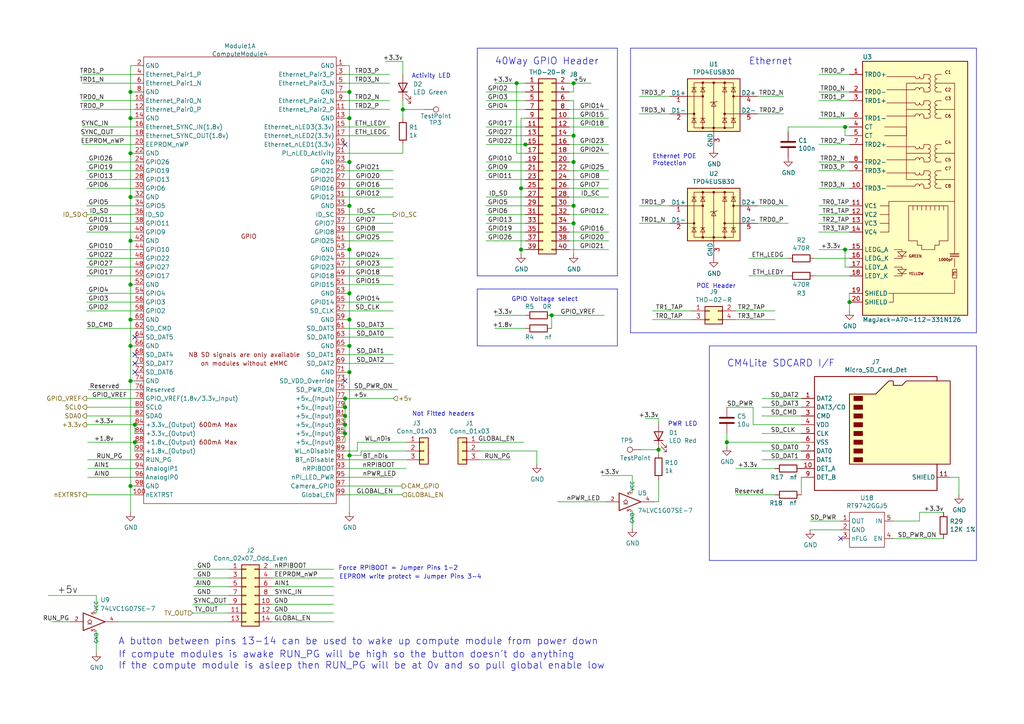
<source format=kicad_sch>
(kicad_sch (version 20211123) (generator eeschema)
  (paper "A4")
  (title_block (title "Compute Module 4 IO Board - GPIO - Ethernet") (rev "1") (company "© 2020-2022 Raspberry Pi Ltd (formerly Raspberry Pi (Trading) Ltd.)") (comment 1 "www.raspberrypi.com"))
  (junction (at 37.846 92.71) (diameter 1.016))
  (junction (at 101.346 132.08) (diameter 1.016))
  (junction (at 166.37 39.37) (diameter 1.016))
  (junction (at 101.346 59.69) (diameter 1.016))
  (junction (at 151.13 54.61) (diameter 1.016))
  (junction (at 166.37 24.13) (diameter 1.016))
  (junction (at 101.346 46.99) (diameter 1.016))
  (junction (at 160.02 91.44) (diameter 1.016))
  (junction (at 101.346 72.39) (diameter 1.016))
  (junction (at 246.38 87.63) (diameter 1.016))
  (junction (at 101.346 26.67) (diameter 1.016))
  (junction (at 245.11 36.83) (diameter 1.016))
  (junction (at 151.13 72.39) (diameter 1.016))
  (junction (at 100.076 125.73) (diameter 1.016))
  (junction (at 101.346 85.09) (diameter 1.016))
  (junction (at 166.37 64.77) (diameter 1.016))
  (junction (at 37.846 69.85) (diameter 1.016))
  (junction (at 37.846 26.67) (diameter 1.016))
  (junction (at 100.076 120.65) (diameter 1.016))
  (junction (at 245.11 72.39) (diameter 1.016))
  (junction (at 37.846 100.33) (diameter 1.016))
  (junction (at 37.846 44.45) (diameter 1.016))
  (junction (at 39.116 123.19) (diameter 1.016))
  (junction (at 116.84 31.75) (diameter 1.016))
  (junction (at 101.346 107.95) (diameter 1.016))
  (junction (at 101.346 34.29) (diameter 1.016))
  (junction (at 149.86 24.13) (diameter 1.016))
  (junction (at 166.37 46.99) (diameter 1.016))
  (junction (at 191.008 130.429) (diameter 1.016))
  (junction (at 210.82 128.27) (diameter 1.016))
  (junction (at 101.346 92.71) (diameter 1.016))
  (junction (at 100.076 115.57) (diameter 1.016))
  (junction (at 100.076 123.19) (diameter 1.016))
  (junction (at 101.346 100.33) (diameter 1.016))
  (junction (at 37.846 82.55) (diameter 1.016))
  (junction (at 166.37 59.69) (diameter 1.016))
  (junction (at 39.116 128.27) (diameter 1.016))
  (junction (at 37.846 110.49) (diameter 1.016))
  (junction (at 37.846 34.29) (diameter 1.016))
  (junction (at 37.846 57.15) (diameter 1.016))
  (junction (at 37.846 140.97) (diameter 1.016))
  (junction (at 152.4 41.91) (diameter 1.016))
  (junction (at 100.076 118.11) (diameter 1.016))
  (no_connect (at 243.84 156.21))
  (no_connect (at 100.076 110.49))
  (no_connect (at 39.116 97.79))
  (no_connect (at 100.076 41.91))
  (no_connect (at 39.116 107.95))
  (no_connect (at 39.116 105.41))
  (no_connect (at 39.116 102.87))
  (wire (pts (xy 25.146 118.11) (xy 39.116 118.11)))
  (wire (pts (xy 23.876 36.83) (xy 39.116 36.83)))
  (wire (pts (xy 37.846 57.15) (xy 39.116 57.15)))
  (wire (pts (xy 78.994 175.26) (xy 96.774 175.26)))
  (wire (pts (xy 166.37 64.77) (xy 166.37 73.66)))
  (wire (pts (xy 100.076 44.45) (xy 116.84 44.45)))
  (wire (pts (xy 140.97 39.37) (xy 152.4 39.37)))
  (wire (pts (xy 237.49 21.59) (xy 246.38 21.59)))
  (wire (pts (xy 166.37 29.21) (xy 166.37 39.37)))
  (wire (pts (xy 78.994 170.18) (xy 96.774 170.18)))
  (wire (pts (xy 56.134 167.64) (xy 66.294 167.64)))
  (wire (pts (xy 101.346 132.08) (xy 101.346 148.59)))
  (wire (pts (xy 100.076 21.59) (xy 113.03 21.59)))
  (polyline (pts (xy 179.07 100.33) (xy 139.7 100.33)) (stroke (width 0) (type solid)))
  (wire (pts (xy 237.49 34.29) (xy 246.38 34.29)))
  (wire (pts (xy 245.11 72.39) (xy 246.38 72.39)))
  (wire (pts (xy 101.346 46.99) (xy 101.346 59.69)))
  (wire (pts (xy 37.846 44.45) (xy 37.846 57.15)))
  (polyline (pts (xy 283.21 13.97) (xy 283.21 96.52)) (stroke (width 0) (type solid)))
  (wire (pts (xy 140.97 52.07) (xy 152.4 52.07)))
  (wire (pts (xy 100.076 85.09) (xy 101.346 85.09)))
  (wire (pts (xy 56.134 170.18) (xy 66.294 170.18)))
  (wire (pts (xy 143.51 95.25) (xy 152.4 95.25)))
  (wire (pts (xy 25.146 90.17) (xy 39.116 90.17)))
  (wire (pts (xy 140.97 64.77) (xy 152.4 64.77)))
  (polyline (pts (xy 139.7 83.82) (xy 138.43 83.82)) (stroke (width 0) (type solid)))
  (wire (pts (xy 183.388 137.922) (xy 174.498 137.922)))
  (wire (pts (xy 166.37 64.77) (xy 166.37 59.69)))
  (wire (pts (xy 27.94 172.72) (xy 27.94 177.8)))
  (wire (pts (xy 25.4 138.43) (xy 39.116 138.43)))
  (wire (pts (xy 100.076 80.01) (xy 114.046 80.01)))
  (wire (pts (xy 228.6 38.1) (xy 228.6 36.83)))
  (wire (pts (xy 103.632 128.27) (xy 117.856 128.27)))
  (wire (pts (xy 100.076 34.29) (xy 101.346 34.29)))
  (wire (pts (xy 140.97 31.75) (xy 152.4 31.75)))
  (polyline (pts (xy 205.74 162.56) (xy 205.74 100.33)) (stroke (width 0) (type solid)))
  (wire (pts (xy 139.192 133.35) (xy 148.082 133.35)))
  (wire (pts (xy 25.146 115.57) (xy 39.116 115.57)))
  (wire (pts (xy 100.076 52.07) (xy 114.046 52.07)))
  (wire (pts (xy 140.97 62.23) (xy 152.4 62.23)))
  (wire (pts (xy 101.346 85.09) (xy 101.346 92.71)))
  (wire (pts (xy 166.37 46.99) (xy 165.1 46.99)))
  (wire (pts (xy 37.846 19.05) (xy 37.846 26.67)))
  (wire (pts (xy 100.076 36.83) (xy 113.03 36.83)))
  (wire (pts (xy 25.146 59.69) (xy 39.116 59.69)))
  (wire (pts (xy 166.37 39.37) (xy 165.1 39.37)))
  (wire (pts (xy 100.076 87.63) (xy 114.046 87.63)))
  (wire (pts (xy 56.134 172.72) (xy 66.294 172.72)))
  (wire (pts (xy 100.076 133.35) (xy 117.856 133.35)))
  (wire (pts (xy 78.994 172.72) (xy 96.774 172.72)))
  (wire (pts (xy 37.846 69.85) (xy 39.116 69.85)))
  (wire (pts (xy 100.076 19.05) (xy 101.346 19.05)))
  (wire (pts (xy 140.97 29.21) (xy 152.4 29.21)))
  (wire (pts (xy 25.4 133.35) (xy 39.116 133.35)))
  (wire (pts (xy 100.076 67.31) (xy 114.046 67.31)))
  (wire (pts (xy 100.076 107.95) (xy 101.346 107.95)))
  (wire (pts (xy 236.22 74.93) (xy 246.38 74.93)))
  (wire (pts (xy 23.876 39.37) (xy 39.116 39.37)))
  (wire (pts (xy 237.49 59.69) (xy 246.38 59.69)))
  (wire (pts (xy 100.076 140.97) (xy 116.586 140.97)))
  (polyline (pts (xy 179.07 13.97) (xy 138.43 13.97)) (stroke (width 0) (type solid)))
  (wire (pts (xy 213.36 135.89) (xy 224.79 135.89)))
  (wire (pts (xy 100.076 46.99) (xy 101.346 46.99)))
  (wire (pts (xy 100.076 138.43) (xy 114.046 138.43)))
  (wire (pts (xy 101.346 132.08) (xy 104.7242 132.08)))
  (wire (pts (xy 100.076 26.67) (xy 101.346 26.67)))
  (wire (pts (xy 236.22 80.01) (xy 246.38 80.01)))
  (wire (pts (xy 143.51 24.13) (xy 149.86 24.13)))
  (wire (pts (xy 165.1 24.13) (xy 166.37 24.13)))
  (wire (pts (xy 266.7 148.59) (xy 266.7 151.13)))
  (wire (pts (xy 100.076 24.13) (xy 113.03 24.13)))
  (wire (pts (xy 39.116 19.05) (xy 37.846 19.05)))
  (wire (pts (xy 191.008 121.412) (xy 187.198 121.412)))
  (wire (pts (xy 25.4 128.27) (xy 39.116 128.27)))
  (wire (pts (xy 100.076 120.65) (xy 100.076 123.19)))
  (wire (pts (xy 34.29 180.34) (xy 66.294 180.34)))
  (wire (pts (xy 243.84 151.13) (xy 234.95 151.13)))
  (wire (pts (xy 100.076 82.55) (xy 114.046 82.55)))
  (wire (pts (xy 39.116 128.27) (xy 39.37 128.27)))
  (wire (pts (xy 39.116 140.97) (xy 37.846 140.97)))
  (wire (pts (xy 218.44 123.19) (xy 218.44 118.11)))
  (wire (pts (xy 25.146 46.99) (xy 39.116 46.99)))
  (wire (pts (xy 25.146 120.65) (xy 39.116 120.65)))
  (wire (pts (xy 213.36 90.17) (xy 224.79 90.17)))
  (wire (pts (xy 13.97 172.72) (xy 27.94 172.72)))
  (wire (pts (xy 194.31 64.77) (xy 185.42 64.77)))
  (wire (pts (xy 140.97 49.53) (xy 152.4 49.53)))
  (wire (pts (xy 165.1 36.83) (xy 176.53 36.83)))
  (wire (pts (xy 213.36 92.71) (xy 224.79 92.71)))
  (wire (pts (xy 232.41 138.43) (xy 232.41 143.51)))
  (wire (pts (xy 100.076 115.57) (xy 114.046 115.57)))
  (wire (pts (xy 78.994 180.34) (xy 96.774 180.34)))
  (wire (pts (xy 101.346 92.71) (xy 101.346 100.33)))
  (wire (pts (xy 37.846 82.55) (xy 39.116 82.55)))
  (wire (pts (xy 160.02 91.44) (xy 160.02 95.25)))
  (wire (pts (xy 165.1 29.21) (xy 166.37 29.21)))
  (wire (pts (xy 100.076 62.23) (xy 114.046 62.23)))
  (wire (pts (xy 101.346 72.39) (xy 101.346 85.09)))
  (wire (pts (xy 25.146 54.61) (xy 39.116 54.61)))
  (wire (pts (xy 100.076 69.85) (xy 114.046 69.85)))
  (wire (pts (xy 151.13 34.29) (xy 151.13 54.61)))
  (polyline (pts (xy 179.07 13.97) (xy 179.07 80.01)) (stroke (width 0) (type solid)))
  (wire (pts (xy 191.008 122.682) (xy 191.008 121.412)))
  (wire (pts (xy 237.49 67.31) (xy 246.38 67.31)))
  (wire (pts (xy 37.846 92.71) (xy 39.116 92.71)))
  (wire (pts (xy 151.13 54.61) (xy 152.4 54.61)))
  (wire (pts (xy 56.134 165.1) (xy 66.294 165.1)))
  (wire (pts (xy 100.076 77.47) (xy 114.046 77.47)))
  (polyline (pts (xy 138.43 100.33) (xy 138.43 83.82)) (stroke (width 0) (type solid)))
  (wire (pts (xy 37.846 110.49) (xy 37.846 140.97)))
  (wire (pts (xy 237.49 62.23) (xy 246.38 62.23)))
  (wire (pts (xy 149.86 24.13) (xy 149.86 44.45)))
  (wire (pts (xy 245.11 77.47) (xy 245.11 72.39)))
  (polyline (pts (xy 179.07 83.82) (xy 179.07 100.33)) (stroke (width 0) (type solid)))
  (wire (pts (xy 246.38 85.09) (xy 246.38 87.63)))
  (wire (pts (xy 165.1 31.75) (xy 176.53 31.75)))
  (wire (pts (xy 100.076 125.73) (xy 100.076 128.27)))
  (wire (pts (xy 140.97 67.31) (xy 152.4 67.31)))
  (wire (pts (xy 25.146 62.23) (xy 39.116 62.23)))
  (wire (pts (xy 165.1 67.31) (xy 176.53 67.31)))
  (wire (pts (xy 114.046 90.17) (xy 100.076 90.17)))
  (wire (pts (xy 165.1 69.85) (xy 176.53 69.85)))
  (wire (pts (xy 100.076 59.69) (xy 101.346 59.69)))
  (wire (pts (xy 237.49 64.77) (xy 246.38 64.77)))
  (wire (pts (xy 25.146 52.07) (xy 39.116 52.07)))
  (wire (pts (xy 139.192 130.81) (xy 155.702 130.81)))
  (wire (pts (xy 100.076 118.11) (xy 100.076 120.65)))
  (wire (pts (xy 25.146 95.25) (xy 39.116 95.25)))
  (wire (pts (xy 165.1 54.61) (xy 176.53 54.61)))
  (wire (pts (xy 25.4 135.89) (xy 39.116 135.89)))
  (wire (pts (xy 183.388 148.082) (xy 183.388 153.162)))
  (wire (pts (xy 191.008 139.192) (xy 191.008 145.542)))
  (wire (pts (xy 160.02 91.44) (xy 175.26 91.44)))
  (wire (pts (xy 259.08 156.21) (xy 273.685 156.21)))
  (wire (pts (xy 100.076 29.21) (xy 113.03 29.21)))
  (wire (pts (xy 232.41 133.35) (xy 220.98 133.35)))
  (wire (pts (xy 100.076 123.19) (xy 100.076 125.73)))
  (wire (pts (xy 23.876 41.91) (xy 39.116 41.91)))
  (wire (pts (xy 23.876 21.59) (xy 39.116 21.59)))
  (wire (pts (xy 140.97 36.83) (xy 152.4 36.83)))
  (wire (pts (xy 165.1 49.53) (xy 176.53 49.53)))
  (wire (pts (xy 237.49 26.67) (xy 246.38 26.67)))
  (wire (pts (xy 100.076 31.75) (xy 113.03 31.75)))
  (wire (pts (xy 191.008 130.302) (xy 191.008 130.429)))
  (wire (pts (xy 165.1 57.15) (xy 176.53 57.15)))
  (wire (pts (xy 237.49 72.39) (xy 245.11 72.39)))
  (wire (pts (xy 151.13 54.61) (xy 151.13 72.39)))
  (wire (pts (xy 25.146 85.09) (xy 39.116 85.09)))
  (wire (pts (xy 25.146 49.53) (xy 39.116 49.53)))
  (wire (pts (xy 243.84 153.67) (xy 234.95 153.67)))
  (wire (pts (xy 219.71 59.69) (xy 228.6 59.69)))
  (wire (pts (xy 78.994 167.64) (xy 96.774 167.64)))
  (wire (pts (xy 220.98 115.57) (xy 232.41 115.57)))
  (wire (pts (xy 100.076 39.37) (xy 113.03 39.37)))
  (wire (pts (xy 228.6 36.83) (xy 245.11 36.83)))
  (wire (pts (xy 55.88 177.8) (xy 66.294 177.8)))
  (wire (pts (xy 37.846 100.33) (xy 39.116 100.33)))
  (wire (pts (xy 191.008 145.542) (xy 189.738 145.542)))
  (polyline (pts (xy 283.21 100.33) (xy 283.21 162.56)) (stroke (width 0) (type solid)))
  (wire (pts (xy 185.42 27.94) (xy 194.31 27.94)))
  (wire (pts (xy 166.37 39.37) (xy 166.37 46.99)))
  (wire (pts (xy 25.146 143.51) (xy 39.116 143.51)))
  (wire (pts (xy 165.1 34.29) (xy 176.53 34.29)))
  (wire (pts (xy 100.076 113.03) (xy 115.316 113.03)))
  (wire (pts (xy 278.13 138.43) (xy 278.13 143.51)))
  (wire (pts (xy 140.97 69.85) (xy 152.4 69.85)))
  (wire (pts (xy 78.994 165.1) (xy 96.774 165.1)))
  (wire (pts (xy 165.1 52.07) (xy 176.53 52.07)))
  (wire (pts (xy 100.076 64.77) (xy 114.046 64.77)))
  (wire (pts (xy 100.076 49.53) (xy 114.046 49.53)))
  (wire (pts (xy 140.97 26.67) (xy 152.4 26.67)))
  (wire (pts (xy 140.97 57.15) (xy 152.4 57.15)))
  (wire (pts (xy 213.36 143.51) (xy 224.79 143.51)))
  (wire (pts (xy 101.346 26.67) (xy 101.346 34.29)))
  (polyline (pts (xy 283.21 96.52) (xy 182.88 96.52)) (stroke (width 0) (type solid)))
  (wire (pts (xy 139.192 128.27) (xy 151.892 128.27)))
  (wire (pts (xy 25.146 67.31) (xy 39.116 67.31)))
  (wire (pts (xy 39.116 125.73) (xy 39.116 123.19)))
  (wire (pts (xy 78.994 177.8) (xy 96.774 177.8)))
  (wire (pts (xy 237.49 41.91) (xy 246.38 41.91)))
  (wire (pts (xy 183.388 143.002) (xy 183.388 137.922)))
  (polyline (pts (xy 139.7 83.82) (xy 179.07 83.82)) (stroke (width 0) (type solid)))
  (wire (pts (xy 116.84 31.75) (xy 116.84 29.21)))
  (wire (pts (xy 25.146 64.77) (xy 39.116 64.77)))
  (wire (pts (xy 25.146 80.01) (xy 39.116 80.01)))
  (wire (pts (xy 217.17 80.01) (xy 228.6 80.01)))
  (wire (pts (xy 186.0042 130.429) (xy 191.008 130.429)))
  (wire (pts (xy 100.076 74.93) (xy 114.046 74.93)))
  (wire (pts (xy 273.685 148.59) (xy 266.7 148.59)))
  (wire (pts (xy 39.116 130.81) (xy 39.116 128.27)))
  (wire (pts (xy 101.346 59.69) (xy 101.346 72.39)))
  (wire (pts (xy 166.37 59.69) (xy 166.37 46.99)))
  (polyline (pts (xy 283.21 162.56) (xy 205.74 162.56)) (stroke (width 0) (type solid)))
  (wire (pts (xy 191.008 130.429) (xy 191.008 131.572)))
  (wire (pts (xy 116.84 21.59) (xy 116.84 17.78)))
  (wire (pts (xy 210.82 125.73) (xy 210.82 128.27)))
  (wire (pts (xy 219.71 33.02) (xy 227.33 33.02)))
  (wire (pts (xy 100.076 100.33) (xy 101.346 100.33)))
  (wire (pts (xy 100.076 143.51) (xy 116.586 143.51)))
  (wire (pts (xy 37.846 110.49) (xy 39.116 110.49)))
  (wire (pts (xy 220.98 130.81) (xy 232.41 130.81)))
  (wire (pts (xy 210.82 118.11) (xy 218.44 118.11)))
  (wire (pts (xy 166.37 24.13) (xy 171.45 24.13)))
  (wire (pts (xy 151.13 72.39) (xy 152.4 72.39)))
  (wire (pts (xy 37.846 44.45) (xy 39.116 44.45)))
  (polyline (pts (xy 182.88 96.52) (xy 182.88 13.97)) (stroke (width 0) (type solid)))
  (wire (pts (xy 100.076 115.57) (xy 100.076 118.11)))
  (wire (pts (xy 219.71 27.94) (xy 227.33 27.94)))
  (wire (pts (xy 166.37 26.67) (xy 166.37 24.13)))
  (wire (pts (xy 104.7242 132.08) (xy 104.7242 130.81)))
  (wire (pts (xy 217.17 74.93) (xy 228.6 74.93)))
  (wire (pts (xy 39.116 34.29) (xy 37.846 34.29)))
  (wire (pts (xy 101.346 34.29) (xy 101.346 46.99)))
  (wire (pts (xy 149.86 44.45) (xy 152.4 44.45)))
  (wire (pts (xy 55.88 175.26) (xy 66.294 175.26)))
  (wire (pts (xy 23.876 29.21) (xy 39.116 29.21)))
  (wire (pts (xy 185.42 33.02) (xy 194.31 33.02)))
  (wire (pts (xy 140.97 59.69) (xy 152.4 59.69)))
  (wire (pts (xy 100.076 130.81) (xy 103.632 130.81)))
  (wire (pts (xy 37.846 34.29) (xy 37.846 44.45)))
  (wire (pts (xy 232.41 123.19) (xy 218.44 123.19)))
  (polyline (pts (xy 138.43 100.33) (xy 139.7 100.33)) (stroke (width 0) (type solid)))
  (wire (pts (xy 25.146 74.93) (xy 39.116 74.93)))
  (wire (pts (xy 114.046 102.87) (xy 100.076 102.87)))
  (wire (pts (xy 152.4 34.29) (xy 151.13 34.29)))
  (wire (pts (xy 259.08 151.13) (xy 266.7 151.13)))
  (wire (pts (xy 25.146 77.47) (xy 39.116 77.47)))
  (wire (pts (xy 100.076 57.15) (xy 114.046 57.15)))
  (wire (pts (xy 100.076 92.71) (xy 101.346 92.71)))
  (wire (pts (xy 39.116 26.67) (xy 37.846 26.67)))
  (wire (pts (xy 27.94 182.88) (xy 27.94 189.23)))
  (wire (pts (xy 37.846 82.55) (xy 37.846 92.71)))
  (wire (pts (xy 246.38 87.63) (xy 246.38 90.17)))
  (wire (pts (xy 25.6032 113.03) (xy 39.116 113.03)))
  (wire (pts (xy 165.1 64.77) (xy 166.37 64.77)))
  (polyline (pts (xy 205.74 100.33) (xy 283.21 100.33)) (stroke (width 0) (type solid)))
  (wire (pts (xy 111.76 17.78) (xy 116.84 17.78)))
  (wire (pts (xy 37.846 92.71) (xy 37.846 100.33)))
  (wire (pts (xy 246.38 77.47) (xy 245.11 77.47)))
  (polyline (pts (xy 138.43 80.01) (xy 179.07 80.01)) (stroke (width 0) (type solid)))
  (wire (pts (xy 37.846 100.33) (xy 37.846 110.49)))
  (wire (pts (xy 101.346 19.05) (xy 101.346 26.67)))
  (wire (pts (xy 37.846 140.97) (xy 37.846 148.59)))
  (wire (pts (xy 25.146 123.19) (xy 39.116 123.19)))
  (wire (pts (xy 237.49 54.61) (xy 246.38 54.61)))
  (wire (pts (xy 140.97 46.99) (xy 152.4 46.99)))
  (wire (pts (xy 185.42 59.69) (xy 194.31 59.69)))
  (wire (pts (xy 246.38 39.37) (xy 245.11 39.37)))
  (wire (pts (xy 140.97 41.91) (xy 152.4 41.91)))
  (wire (pts (xy 232.41 118.11) (xy 220.98 118.11)))
  (wire (pts (xy 161.798 145.542) (xy 175.768 145.542)))
  (wire (pts (xy 232.41 125.73) (xy 220.98 125.73)))
  (wire (pts (xy 103.632 130.81) (xy 103.632 128.27)))
  (wire (pts (xy 165.1 62.23) (xy 176.53 62.23)))
  (wire (pts (xy 245.11 39.37) (xy 245.11 36.83)))
  (wire (pts (xy 37.846 57.15) (xy 37.846 69.85)))
  (wire (pts (xy 275.59 138.43) (xy 278.13 138.43)))
  (wire (pts (xy 154.94 41.91) (xy 152.4 41.91)))
  (wire (pts (xy 165.1 59.69) (xy 166.37 59.69)))
  (wire (pts (xy 100.076 97.79) (xy 114.046 97.79)))
  (wire (pts (xy 101.346 100.33) (xy 101.346 107.95)))
  (wire (pts (xy 155.702 130.81) (xy 155.702 134.62)))
  (wire (pts (xy 100.076 105.41) (xy 114.046 105.41)))
  (wire (pts (xy 165.1 41.91) (xy 176.53 41.91)))
  (wire (pts (xy 210.82 128.27) (xy 210.82 129.54)))
  (wire (pts (xy 23.876 24.13) (xy 39.116 24.13)))
  (wire (pts (xy 25.146 87.63) (xy 39.116 87.63)))
  (wire (pts (xy 114.046 95.25) (xy 100.076 95.25)))
  (wire (pts (xy 165.1 26.67) (xy 166.37 26.67)))
  (wire (pts (xy 143.51 91.44) (xy 152.4 91.44)))
  (wire (pts (xy 14.986 180.34) (xy 20.32 180.34)))
  (wire (pts (xy 189.23 90.17) (xy 200.66 90.17)))
  (wire (pts (xy 237.49 49.53) (xy 246.38 49.53)))
  (wire (pts (xy 100.076 135.89) (xy 117.856 135.89)))
  (wire (pts (xy 246.38 36.83) (xy 245.11 36.83)))
  (wire (pts (xy 123.19 31.75) (xy 116.84 31.75)))
  (wire (pts (xy 116.84 34.29) (xy 116.84 31.75)))
  (wire (pts (xy 151.13 72.39) (xy 151.13 73.66)))
  (wire (pts (xy 100.076 54.61) (xy 114.046 54.61)))
  (wire (pts (xy 220.98 120.65) (xy 232.41 120.65)))
  (wire (pts (xy 25.146 72.39) (xy 39.116 72.39)))
  (wire (pts (xy 210.82 128.27) (xy 232.41 128.27)))
  (wire (pts (xy 116.84 44.45) (xy 116.84 41.91)))
  (wire (pts (xy 165.1 44.45) (xy 176.53 44.45)))
  (polyline (pts (xy 138.43 13.97) (xy 138.43 80.01)) (stroke (width 0) (type solid)))
  (wire (pts (xy 101.346 107.95) (xy 101.346 132.08)))
  (wire (pts (xy 237.49 46.99) (xy 246.38 46.99)))
  (wire (pts (xy 219.71 64.77) (xy 228.6 64.77)))
  (wire (pts (xy 189.23 92.71) (xy 200.66 92.71)))
  (wire (pts (xy 104.7242 130.81) (xy 117.856 130.81)))
  (wire (pts (xy 23.876 31.75) (xy 39.116 31.75)))
  (wire (pts (xy 152.4 24.13) (xy 149.86 24.13)))
  (wire (pts (xy 37.846 69.85) (xy 37.846 82.55)))
  (wire (pts (xy 100.076 72.39) (xy 101.346 72.39)))
  (polyline (pts (xy 182.88 13.97) (xy 283.21 13.97)) (stroke (width 0) (type solid)))
  (wire (pts (xy 165.1 72.39) (xy 176.53 72.39)))
  (wire (pts (xy 237.49 29.21) (xy 246.38 29.21)))
  (wire (pts (xy 37.846 26.67) (xy 37.846 34.29)))
  (text "PWR LED" (at 193.675 123.825 0) (effects (font (size 1.27 1.27)) (justify left bottom)))
  (text "Ethernet POE\nProtection" (at 189.23 48.26 0) (effects (font (size 1.27 1.27)) (justify left bottom)))
  (text "40Way GPIO Header" (at 143.51 19.05 0) (effects (font (size 2.007 2.007)) (justify left bottom)))
  (text "CM4Lite SDCARD I/F" (at 210.82 106.68 0) (effects (font (size 2.007 2.007)) (justify left bottom)))
  (text "GPIO Voltage select\n" (at 167.64 87.63 180) (effects (font (size 1.27 1.27)) (justify right bottom)))
  (text "Ethernet" (at 217.17 19.05 0) (effects (font (size 2.0066 2.0066)) (justify left bottom)))
  (text "Activity LED" (at 119.38 22.86 0) (effects (font (size 1.27 1.27)) (justify left bottom)))
  (text "EEPROM write protect = Jumper Pins 3-4\n\n" (at 139.7 170.18 180) (effects (font (size 1.27 1.27)) (justify right bottom)))
  (text "Not Fitted headers" (at 137.668 120.904 180) (effects (font (size 1.27 1.27)) (justify right bottom)))
  (text "A button between pins 13-14 can be used to wake up compute module from power down\n\n" (at 34.29 190.5 0) (effects (font (size 2.007 2.007)) (justify left bottom)))
  (text "If compute modules is awake RUN_PG will be high so the button doesn't do anything\nIf the compute module is asleep then RUN_PG will be at 0v and so pull global enable low" (at 34.29 194.31 0) (effects (font (size 2.007 2.007)) (justify left bottom)))
  (text "Force RPIBOOT = Jumper Pins 1-2 \n" (at 133.858 165.608 180) (effects (font (size 1.27 1.27)) (justify right bottom)))
  (text "POE Header" (at 201.93 83.82 0) (effects (font (size 1.27 1.27)) (justify left bottom)))
  (label "TRD1_N" (at 193.04 64.77 180))
  (label "TRD2_P" (at 245.11 41.91 180))
  (label "GPIO12" (at 110.236 57.15 180))
  (label "GPIO15" (at 175.26 34.29 180))
  (label "TRD2_N" (at 245.11 46.99 180))
  (label "ID_SD" (at 147.32 57.15 180))
  (label "GPIO23" (at 110.236 77.47 180))
  (label "TR2_TAP" (at 246.38 64.77 180))
  (label "SD_PWR_ON" (at 102.616 113.03 0))
  (label "ID_SC" (at 108.966 62.23 180))
  (label "TRD1_P" (at 245.11 29.21 180))
  (label "GPIO14" (at 110.236 87.63 180))
  (label "TRD1_P" (at 30.226 21.59 180))
  (label "Reserved" (at 34.671 113.03 180))
  (label "SD_DAT3" (at 223.52 118.11 0))
  (label "SD_DAT3" (at 111.506 95.25 180))
  (label "+3.3v" (at 148.59 91.44 180))
  (label "GPIO12" (at 175.26 62.23 180))
  (label "SD_DAT0" (at 223.52 130.81 0))
  (label "SD_PWR" (at 234.95 151.13 0))
  (label "GPIO11" (at 148.59 52.07 180))
  (label "TR0_TAP" (at 198.0184 92.71 180))
  (label "GPIO18" (at 175.26 36.83 180))
  (label "nPWR_LED" (at 105.156 138.43 0))
  (label "GND" (at 83.566 175.26 180))
  (label "GPIO3" (at 147.32 29.21 180))
  (label "SD_PWR" (at 210.82 118.11 0))
  (label "+5v" (at 16.51 172.72 0) (effects (font (size 2.0066 2.0066))))
  (label "SD_DAT0" (at 111.506 97.79 180))
  (label "GPIO14" (at 175.26 31.75 180))
  (label "GPIO7" (at 173.99 54.61 180))
  (label "GPIO20" (at 110.236 52.07 180))
  (label "SD_DAT1" (at 223.52 133.35 0))
  (label "GPIO26" (at 148.59 69.85 180))
  (label "BT_nDis" (at 112.6236 133.35 180))
  (label "SD_DAT2" (at 111.506 105.41 180))
  (label "EEPROM_nWP" (at 36.068 41.91 180))
  (label "TRD0_N" (at 227.33 59.69 180))
  (label "GPIO8" (at 108.966 67.31 180))
  (label "AIN0" (at 61.214 170.18 180))
  (label "GPIO26" (at 32.766 46.99 180))
  (label "+3.3v" (at 219.71 135.89 180))
  (label "GPIO5" (at 147.32 59.69 180))
  (label "SYNC_IN" (at 31.496 36.83 180))
  (label "GPIO2" (at 147.32 26.67 180))
  (label "TRD3_N" (at 193.04 33.02 180))
  (label "SD_PWR_ON" (at 260.35 156.21 0))
  (label "TR1_TAP" (at 198.12 90.17 180))
  (label "GPIO18" (at 110.236 80.01 180))
  (label "GPIO15" (at 110.236 82.55 180))
  (label "TRD2_P" (at 102.87 31.75 0))
  (label "GPIO25" (at 110.236 69.85 180))
  (label "nRPIBOOT" (at 114.5032 135.89 180))
  (label "GPIO_VREF" (at 26.67 115.57 0))
  (label "GPIO6" (at 147.32 62.23 180))
  (label "GPIO13" (at 148.59 64.77 180))
  (label "GPIO6" (at 31.496 54.61 180))
  (label "TRD3_N" (at 102.87 24.13 0))
  (label "TR0_TAP" (at 246.38 59.69 180))
  (label "GPIO17" (at 148.59 36.83 180))
  (label "GPIO9" (at 147.32 49.53 180))
  (label "TRD0_P" (at 227.33 64.77 180))
  (label "GPIO25" (at 175.26 49.53 180))
  (label "GPIO21" (at 175.26 72.39 180))
  (label "AIN1" (at 84.074 170.18 180))
  (label "GPIO13" (at 32.766 52.07 180))
  (label "TRD2_N" (at 227.33 27.94 180))
  (label "GPIO_VREF" (at 162.56 91.44 0))
  (label "GPIO19" (at 148.59 67.31 180))
  (label "TRD0_P" (at 245.11 21.59 180))
  (label "TRD2_P" (at 227.33 33.02 180))
  (label "ETH_LEDG" (at 227.33 74.93 180))
  (label "+3.3v" (at 191.008 121.412 180))
  (label "GPIO16" (at 110.236 54.61 180))
  (label "AIN1" (at 31.75 135.89 180))
  (label "TRD3_N" (at 245.11 54.61 180))
  (label "SYNC_IN" (at 87.63 172.72 180))
  (label "TRD0_N" (at 30.226 29.21 180))
  (label "SD_CMD" (at 32.766 95.25 180))
  (label "GND" (at 61.214 165.1 180))
  (label "+5v" (at 170.18 24.13 180))
  (label "RUN_PG" (at 148.082 133.35 180))
  (label "GPIO22" (at 32.766 74.93 180))
  (label "SD_CLK" (at 223.52 125.73 0))
  (label "TRD1_N" (at 245.11 34.29 180))
  (label "GPIO19" (at 32.766 49.53 180))
  (label "+3.3v" (at 148.59 24.13 180))
  (label "GPIO4" (at 31.496 85.09 180))
  (label "TR2_TAP" (at 221.9198 90.17 180))
  (label "nPWR_LED" (at 164.338 145.542 0))
  (label "GPIO5" (at 31.496 59.69 180))
  (label "+3.3v" (at 33.02 123.19 180))
  (label "GPIO10" (at 148.59 46.99 180))
  (label "+5v" (at 106.426 115.57 180))
  (label "SYNC_OUT" (at 33.02 39.37 180))
  (label "GND" (at 61.214 167.64 180))
  (label "EEPROM_nWP" (at 92.202 167.64 180))
  (label "SYNC_OUT" (at 65.786 175.26 180))
  (label "GLOBAL_EN" (at 114.046 143.51 180))
  (label "+3.3v" (at 273.685 148.59 180))
  (label "GPIO27" (at 32.766 77.47 180))
  (label "GLOBAL_EN" (at 90.17 180.34 180))
  (label "GLOBAL_EN" (at 149.352 128.27 180))
  (label "GPIO27" (at 148.59 39.37 180))
  (label "GPIO11" (at 32.766 64.77 180))
  (label "+1.8v" (at 33.02 128.27 180))
  (label "GND" (at 61.214 172.72 180))
  (label "TV_OUT" (at 63.246 177.8 180))
  (label "RUN_PG" (at 35.56 133.35 180))
  (label "TRD3_P" (at 245.11 49.53 180))
  (label "TRD3_P" (at 102.87 21.59 0))
  (label "GPIO20" (at 175.26 69.85 180))
  (label "GPIO7" (at 108.966 64.77 180))
  (label "SD_DAT1" (at 111.506 102.87 180))
  (label "ID_SC" (at 173.99 57.15 180))
  (label "TRD1_N" (at 30.226 24.13 180))
  (label "GPIO22" (at 148.59 41.91 180))
  (label "ETH_LEDG" (at 102.87 39.37 0))
  (label "TR1_TAP" (at 246.38 62.23 180))
  (label "+3.3v" (at 116.84 17.78 180))
  (label "GPIO8" (at 173.99 52.07 180))
  (label "ETH_LEDY" (at 102.87 36.83 0))
  (label "+3.3v" (at 243.84 72.39 180))
  (label "GND" (at 83.566 177.8 180))
  (label "GPIO3" (at 31.496 87.63 180))
  (label "GPIO17" (at 32.766 80.01 180))
  (label "GPIO2" (at 31.496 90.17 180))
  (label "WL_nDis" (at 113.411 128.27 180))
  (label "ID_SD" (at 31.496 62.23 180))
  (label "TRD2_N" (at 102.87 29.21 0))
  (label "GPIO9" (at 31.496 67.31 180))
  (label "TR3_TAP" (at 221.8944 92.71 180))
  (label "nRPIBOOT" (at 88.9 165.1 180))
  (label "+3.3v" (at 179.578 137.922 180))
  (label "TRD3_P" (at 193.04 27.94 180))
  (label "GPIO23" (at 175.26 41.91 180))
  (label "SD_CLK" (at 110.236 90.17 180))
  (label "GPIO24" (at 110.236 74.93 180))
  (label "+1.8v" (at 148.59 95.25 180))
  (label "SD_CMD" (at 223.52 120.65 0))
  (label "GPIO4" (at 147.32 31.75 180))
  (label "RUN_PG" (at 20.066 180.34 180))
  (label "TRD1_P" (at 193.04 59.69 180))
  (label "TRD0_N" (at 245.11 26.67 180))
  (label "GPIO16" (at 175.26 67.31 180))
  (label "GPIO10" (at 32.766 72.39 180))
  (label "GPIO21" (at 110.236 49.53 180))
  (label "TRD0_P" (at 30.226 31.75 180))
  (label "GPIO24" (at 175.26 44.45 180))
  (label "ETH_LEDY" (at 227.33 80.01 180))
  (label "AIN0" (at 31.75 138.43 180))
  (label "SD_DAT2" (at 223.52 115.57 0))
  (label "Reserved" (at 221.615 143.51 180))
  (label "TR3_TAP" (at 246.38 67.31 180))
  (hierarchical_label "+5v" (shape input) (at 114.046 115.57 0))
  (hierarchical_label "GLOBAL_EN" (shape input) (at 116.586 143.51 0))
  (hierarchical_label "ID_SC" (shape output) (at 114.046 62.23 0))
  (hierarchical_label "TV_OUT" (shape input) (at 55.88 177.8 180))
  (hierarchical_label "SCL0" (shape output) (at 25.146 118.11 180))
  (hierarchical_label "ID_SD" (shape output) (at 25.146 62.23 180))
  (hierarchical_label "GPIO_VREF" (shape output) (at 25.146 115.57 180))
  (hierarchical_label "SDA0" (shape output) (at 25.146 120.65 180))
  (hierarchical_label "CAM_GPIO" (shape output) (at 116.586 140.97 0))
  (hierarchical_label "nEXTRST" (shape output) (at 25.146 143.51 180))
  (hierarchical_label "+3.3v" (shape output) (at 25.146 123.19 180))
  (symbol (lib_id "CM4IO:74LVC1G07_copy") (at 183.388 145.542 0) (unit 1)
    (property "Reference" "U5" (at 184.912 143.002 0) (effects (justify left)))
    (property "Value" "74LVC1G07SE-7" (at 184.912 148.082 0) (effects (justify left)))
    (property "Footprint" "Package_TO_SOT_SMD:SOT-353_SC-70-5" (effects hide))
    (property "Datasheet" "https://www.diodes.com/assets/Datasheets/74LVC1G07.pdf" (effects hide))
    (property "Field4" "Farnell" (effects hide))
    (property "Field5" "2425492" (effects hide))
    (property "Field6" "74LVC1G07SE-7" (effects hide))
    (property "Field7" "Diodes" (effects hide))
    (property "Part Description" "Buffer, Non-Inverting 1 Element 1 Bit per Element Open Drain Output SOT-353" (effects hide))
  )
  (symbol (lib_id "CM4IO:74LVC1G07_copy") (at 27.94 180.34 0) (unit 1)
    (property "Reference" "U9" (at 30.48 173.99 0))
    (property "Value" "74LVC1G07SE-7" (at 37.084 176.53 0))
    (property "Footprint" "Package_TO_SOT_SMD:SOT-353_SC-70-5" (effects hide))
    (property "Datasheet" "https://www.diodes.com/assets/Datasheets/74LVC1G07.pdf" (effects hide))
    (property "Field4" "Farnell" (effects hide))
    (property "Field5" "2425492" (effects hide))
    (property "Field6" "74LVC1G07SE-7" (effects hide))
    (property "Field7" "Diodes" (effects hide))
    (property "Part Description" "Buffer, Non-Inverting 1 Element 1 Bit per Element Open Drain Output SOT-353" (effects hide))
  )
  (symbol (lib_id "power:GND") (at 27.94 189.23 0) (unit 1)
    (property "Reference" "#PWR027" (effects hide))
    (property "Value" "GND" (at 28.067 193.6242 0))
  )
  (symbol (lib_id "CM4IO:RT9742GGJ5") (at 252.73 161.29 0) (unit 1)
    (property "Reference" "U18" (at 251.46 144.399 0))
    (property "Value" "RT9742GGJ5" (at 251.46 146.7104 0))
    (property "Footprint" "Package_TO_SOT_SMD:SOT-23-5" (effects hide))
    (property "Datasheet" "https://www.richtek.com/assets/product_file/RT9742/DS9742-00.pdf" (effects hide))
    (property "Field4" "Farnell" (effects hide))
    (property "Field5" "	2545875" (effects hide))
    (property "Field6" "RT9742GGJ5" (effects hide))
    (property "Field7" "RichTek" (effects hide))
    (property "Field8" "USWI00166" (effects hide))
    (property "Part Description" "	Power Switch/Driver 1:1 N-Channel 1A TSOT-23-5" (effects hide))
  )
  (symbol (lib_id "power:GND") (at 234.95 153.67 0) (unit 1)
    (property "Reference" "#PWR0113" (effects hide))
    (property "Value" "GND" (at 235.077 158.0642 0))
  )
  (symbol (lib_id "CM4IO:ComputeModule4-CM4") (at 72.136 74.93 0) (unit 1)
    (property "Reference" "Module1" (at 69.596 13.335 0))
    (property "Value" "ComputeModule4" (at 69.596 15.6464 0))
    (property "Footprint" "CM4IO:Raspberry-Pi-4-Compute-Module" (effects hide))
    (property "Field4" "Hirose" (effects hide))
    (property "Field5" "2off DF40C-100DS-0.4V" (effects hide))
    (property "Field6" "2off DF40C-100DS-0.4V" (effects hide))
    (property "Field7" "Hirose" (effects hide))
    (property "Part Description" "	100 Position Connector Receptacle, Center Strip Contacts Surface Mount Gold" (effects hide))
  )
  (symbol (lib_id "CM4IO:MagJack-A70-112-331N126") (at 267.97 92.71 0) (unit 1)
    (property "Reference" "U3" (at 250.19 16.51 0) (effects (justify left)))
    (property "Value" "MagJack-A70-112-331N126" (at 250.19 92.71 0) (effects (justify left)))
    (property "Footprint" "CM4IO:TRJG0926HENL" (effects hide))
    (property "Datasheet" "https://p.globalsources.com/IMAGES/PDT/SPEC/690/K1160305690.pdf" (effects hide))
    (property "Field6" "TRJG0926HENL" (effects hide))
    (property "Field7" "Trxcon" (effects hide))
    (property "Field8" "UCON00900" (effects hide))
    (property "Part Description" "Gigabit Ethernet Magjack" (effects hide))
  )
  (symbol (lib_id "Device:C") (at 228.6 41.91 0) (unit 1)
    (property "Reference" "C1" (at 231.521 40.7416 0) (effects (justify left)))
    (property "Value" "100n" (at 231.521 43.053 0) (effects (justify left)))
    (property "Footprint" "Capacitor_SMD:C_0402_1005Metric" (effects hide))
    (property "Datasheet" "https://search.murata.co.jp/Ceramy/image/img/A01X/G101/ENG/GRM155R71C104KA88-01.pdf" (effects hide))
    (property "Field4" "Farnell" (effects hide))
    (property "Field5" "2611911" (effects hide))
    (property "Field6" "RM EMK105 B7104KV-F" (effects hide))
    (property "Field7" "TAIYO YUDEN EUROPE GMBH" (effects hide))
    (property "Part Description" "	0.1uF 10% 16V Ceramic Capacitor X7R 0402 (1005 Metric)" (effects hide))
    (property "Field8" "110091611" (effects hide))
  )
  (symbol (lib_id "power:GND") (at 228.6 45.72 0) (unit 1)
    (property "Reference" "#PWR0101" (effects hide))
    (property "Value" "GND" (at 228.727 50.1142 0))
  )
  (symbol (lib_id "Connector_Generic:Conn_02x02_Odd_Even") (at 205.74 90.17 0) (unit 1)
    (property "Reference" "J9" (at 207.01 84.6582 0))
    (property "Value" "THD-02-R" (at 207.01 86.9696 0))
    (property "Footprint" "Connector_PinHeader_2.54mm:PinHeader_2x02_P2.54mm_Vertical" (effects hide))
    (property "Datasheet" "https://www.toby.co.uk/uploads/publications/1673.pdf" (effects hide))
    (property "Field4" "Toby" (effects hide))
    (property "Field5" "THD-02-R" (effects hide))
    (property "Field6" "151-604-425-761" (effects hide))
    (property "Field7" "EDAC" (effects hide))
    (property "Field8" "UCON00791" (effects hide))
    (property "Part Description" "PinHeader_2x02_P2.54mm_Vertical" (effects hide))
  )
  (symbol (lib_id "Connector_Generic:Conn_02x20_Odd_Even") (at 157.48 46.99 0) (unit 1)
    (property "Reference" "J8" (at 166.37 21.59 0))
    (property "Value" "THD-20-R" (at 158.75 20.9296 0))
    (property "Footprint" "Connector_PinHeader_2.54mm:PinHeader_2x20_P2.54mm_Vertical" (effects hide))
    (property "Datasheet" "https://www.toby.co.uk/uploads/publications/1673.pdf" (effects hide))
    (property "Field4" "Toby" (effects hide))
    (property "Field5" "THD-20-R" (effects hide))
    (property "Field6" "THD-20-R" (effects hide))
    (property "Field7" "Toby" (effects hide))
    (property "Field8" "UCON00511" (effects hide))
    (property "Part Description" "PinHeader_2x20_P2.54mm_Vertical" (effects hide))
  )
  (symbol (lib_id "Device:C") (at 210.82 121.92 0) (unit 1)
    (property "Reference" "C5" (at 213.741 120.7516 0) (effects (justify left)))
    (property "Value" "10u" (at 213.741 123.063 0) (effects (justify left)))
    (property "Footprint" "Capacitor_SMD:C_0805_2012Metric" (effects hide))
    (property "Datasheet" "https://search.murata.co.jp/Ceramy/image/img/A01X/G101/ENG/GRM21BR71A106KA73-01.pdf" (effects hide))
    (property "Field5" "490-14381-1-ND" (effects hide))
    (property "Field4" "Digikey" (effects hide))
    (property "Field6" "GRM21BR71A106KA73L" (effects hide))
    (property "Field7" "Murata" (effects hide))
    (property "Part Description" "	10uF 10% 10V Ceramic Capacitor X7R 0805 (2012 Metric)" (effects hide))
    (property "Field8" "111893011" (effects hide))
  )
  (symbol (lib_id "power:GND") (at 166.37 73.66 0) (unit 1)
    (property "Reference" "#PWR0102" (effects hide))
    (property "Value" "GND" (at 166.497 78.0542 0))
  )
  (symbol (lib_id "power:GND") (at 151.13 73.66 0) (unit 1)
    (property "Reference" "#PWR0103" (effects hide))
    (property "Value" "GND" (at 151.257 78.0542 0))
  )
  (symbol (lib_id "Device:R") (at 232.41 74.93 270) (unit 1)
    (property "Reference" "R2" (at 232.41 69.6722 90))
    (property "Value" "470R" (at 232.41 71.9836 90))
    (property "Footprint" "Resistor_SMD:R_0402_1005Metric" (effects hide))
    (property "Datasheet" "https://fscdn.rohm.com/en/products/databook/datasheet/passive/resistor/chip_resistor/mcr-e.pdf" (effects hide))
    (property "Field4" "Farnell" (effects hide))
    (property "Field5" "9239197" (effects hide))
    (property "Field7" "KOA EUROPE GMBH" (effects hide))
    (property "Field6" "RK73G1ETQTP4700D         " (effects hide))
    (property "Field8" "120887981" (effects hide))
    (property "Part Description" "Resistor 470R M1005 1% 63mW" (effects hide))
  )
  (symbol (lib_id "Device:R") (at 232.41 80.01 270) (unit 1)
    (property "Reference" "R3" (at 232.41 85.09 90))
    (property "Value" "470R" (at 232.41 82.55 90))
    (property "Footprint" "Resistor_SMD:R_0402_1005Metric" (effects hide))
    (property "Datasheet" "https://fscdn.rohm.com/en/products/databook/datasheet/passive/resistor/chip_resistor/mcr-e.pdf" (effects hide))
    (property "Field4" "Farnell" (effects hide))
    (property "Field5" "9239197" (effects hide))
    (property "Field7" "KOA EUROPE GMBH" (effects hide))
    (property "Field6" "RK73G1ETQTP4700D         " (effects hide))
    (property "Field8" "120887981" (effects hide))
    (property "Part Description" "Resistor 470R M1005 1% 63mW" (effects hide))
  )
  (symbol (lib_id "power:GND") (at 37.846 148.59 0) (unit 1)
    (property "Reference" "#PWR0104" (effects hide))
    (property "Value" "GND" (at 37.973 152.9842 0))
  )
  (symbol (lib_id "power:GND") (at 101.346 148.59 0) (unit 1)
    (property "Reference" "#PWR0105" (effects hide))
    (property "Value" "GND" (at 101.473 152.9842 0))
  )
  (symbol (lib_id "Device:LED") (at 116.84 25.4 90) (unit 1)
    (property "Reference" "D2" (at 119.8118 24.4094 90) (effects (justify right)))
    (property "Value" "LED Green" (at 119.8118 26.7208 90) (effects (justify right)))
    (property "Footprint" "LED_SMD:LED_0603_1608Metric" (effects hide))
    (property "Datasheet" "http://optoelectronics.liteon.com/upload/download/DS22-2000-226/LTST-S270KGKT.pdf" (effects hide))
    (property "Field4" "Digikey " (effects hide))
    (property "Field5" "LTST-S270KGKT" (effects hide))
    (property "Field6" "SML-A12M8TT86N" (effects hide))
    (property "Field7" "Rohm" (effects hide))
    (property "Field8" "650263301" (effects hide))
    (property "Part Description" "	Green 572nm LED Indication - Discrete 2.2V 2-SMD, No Lead" (effects hide))
  )
  (symbol (lib_id "Device:R") (at 116.84 38.1 0) (unit 1)
    (property "Reference" "R1" (at 118.618 36.9316 0) (effects (justify left)))
    (property "Value" "1k" (at 118.618 39.243 0) (effects (justify left)))
    (property "Footprint" "Resistor_SMD:R_0402_1005Metric" (effects hide))
    (property "Datasheet" "https://fscdn.rohm.com/en/products/databook/datasheet/passive/resistor/chip_resistor/mcr-e.pdf" (effects hide))
    (property "Field4" "Farnell" (effects hide))
    (property "Field5" "9239235" (effects hide))
    (property "Field7" "KOA EUROPE GMBH" (effects hide))
    (property "Field6" "RK73H1ETTP1001F" (effects hide))
    (property "Part Description" "Resistor 1K M1005 1% 63mW" (effects hide))
    (property "Field8" "125049511" (effects hide))
  )
  (symbol (lib_id "power:GND") (at 183.388 153.162 0) (unit 1)
    (property "Reference" "#PWR05" (effects hide))
    (property "Value" "GND" (at 183.515 157.5562 0))
  )
  (symbol (lib_id "Device:LED") (at 191.008 126.492 90) (unit 1)
    (property "Reference" "D1" (at 193.9798 125.5014 90) (effects (justify right)))
    (property "Value" "LED Red" (at 193.9798 127.8128 90) (effects (justify right)))
    (property "Footprint" "LED_SMD:LED_0603_1608Metric" (effects hide))
    (property "Datasheet" "http://optoelectronics.liteon.com/upload/download/DS22-2000-210/LTST-S270KRKT.pdf" (effects hide))
    (property "Field4" "Digikey " (effects hide))
    (property "Field5" "	LTST-S270KRKT" (effects hide))
    (property "Field6" "SML-A12U8TT86Q" (effects hide))
    (property "Field7" "Rohm" (effects hide))
    (property "Field8" "650295101" (effects hide))
    (property "Part Description" "	Red 620nm LED Indication - Discrete 2.2V 2-SMD, No Lead" (effects hide))
  )
  (symbol (lib_id "Device:R") (at 191.008 135.382 0) (unit 1)
    (property "Reference" "R10" (at 192.786 134.2136 0) (effects (justify left)))
    (property "Value" "1k" (at 192.786 136.525 0) (effects (justify left)))
    (property "Footprint" "Resistor_SMD:R_0402_1005Metric" (effects hide))
    (property "Datasheet" "https://fscdn.rohm.com/en/products/databook/datasheet/passive/resistor/chip_resistor/mcr-e.pdf" (effects hide))
    (property "Field4" "Farnell" (effects hide))
    (property "Field5" "9239235" (effects hide))
    (property "Field7" "KOA EUROPE GMBH" (effects hide))
    (property "Field6" "RK73H1ETTP1001F" (effects hide))
    (property "Part Description" "Resistor 1K M1005 1% 63mW" (effects hide))
    (property "Field8" "125049511" (effects hide))
  )
  (symbol (lib_id "Connector_Generic:Conn_01x03") (at 134.112 130.81 0) (mirror y) (unit 1)
    (property "Reference" "J1" (at 136.1948 122.7582 0))
    (property "Value" "Conn_01x03" (at 136.1948 125.0696 0))
    (property "Footprint" "Connector_PinHeader_2.54mm:PinHeader_1x03_P2.54mm_Vertical" (effects hide))
    (property "Field4" "nf" (effects hide))
    (property "Field5" "nf" (effects hide))
    (property "Field6" "nf" (effects hide))
    (property "Field7" "nf" (effects hide))
    (property "Part Description" "3pin 0.1\" connector" (effects hide))
  )
  (symbol (lib_id "CM4IO:TPD4EUSB30") (at 207.01 62.23 0) (unit 1)
    (property "Reference" "U2" (at 207.01 50.3682 0))
    (property "Value" "TPD4EUSB30" (at 207.01 52.6796 0))
    (property "Footprint" "Package_SON:USON-10_2.5x1.0mm_P0.5mm" (effects hide))
    (property "Datasheet" "http://www.ti.com/lit/ds/symlink/tpd2eusb30a.pdf" (effects hide))
    (property "Field4" "Farnell" (effects hide))
    (property "Field5" "2335455" (effects hide))
    (property "Field6" "CDDFN10-3324P-13" (effects hide))
    (property "Field7" "Bourns" (effects hide))
    (property "Field8" "UDIO00346" (effects hide))
    (property "Part Description" "Quad TVS diode for high speed signals (USB3, GigE etc.)" (effects hide))
  )
  (symbol (lib_id "power:GND") (at 155.702 134.62 0) (unit 1)
    (property "Reference" "#PWR0106" (effects hide))
    (property "Value" "GND" (at 155.829 139.0142 0))
  )
  (symbol (lib_id "Connector:TestPoint") (at 186.0042 130.429 90) (unit 1)
    (property "Reference" "TP5" (at 183.642 127.762 90) (effects (justify left)))
    (property "Value" "TestPoint" (at 188.722 132.842 90) (effects (justify left)))
    (property "Footprint" "TestPoint:TestPoint_Pad_2.0x2.0mm" (effects hide))
    (property "Field4" "nf" (effects hide))
    (property "Field5" "nf" (effects hide))
    (property "Field6" "nf" (effects hide))
    (property "Field7" "nf" (effects hide))
  )
  (symbol (lib_id "Device:R") (at 156.21 91.44 90) (unit 1)
    (property "Reference" "R5" (at 154.94 88.9 90) (effects (justify left)))
    (property "Value" "0R" (at 160.02 88.9 90) (effects (justify left)))
    (property "Footprint" "Resistor_SMD:R_0805_2012Metric_Pad1.15x1.40mm_HandSolder" (effects hide))
    (property "Datasheet" "https://fscdn.rohm.com/en/products/databook/datasheet/passive/resistor/chip_resistor/mcr-e.pdf" (effects hide))
    (property "Field4" "Farnell" (effects hide))
    (property "Field5" "9233750" (effects hide))
    (property "Field7" "Rohm" (effects hide))
    (property "Field6" "MCR10EZPJ000" (effects hide))
    (property "Part Description" "Resistor 0R M2012 5% " (effects hide))
    (property "Field8" "121629591" (effects hide))
  )
  (symbol (lib_id "Device:R") (at 156.21 95.25 90) (unit 1)
    (property "Reference" "R4" (at 154.94 97.79 90) (effects (justify left)))
    (property "Value" "nf" (at 160.02 97.79 90) (effects (justify left)))
    (property "Footprint" "Resistor_SMD:R_0805_2012Metric_Pad1.15x1.40mm_HandSolder" (effects hide))
    (property "Datasheet" "https://fscdn.rohm.com/en/products/databook/datasheet/passive/resistor/chip_resistor/mcr-e.pdf" (effects hide))
    (property "Field4" "nf" (effects hide))
    (property "Field5" "nf" (effects hide))
    (property "Field6" "nf" (effects hide))
  )
  (symbol (lib_id "Connector:Micro_SD_Card_Det") (at 255.27 125.73 0) (unit 1)
    (property "Reference" "J7" (at 254 104.9782 0))
    (property "Value" "Micro_SD_Card_Det" (at 254 107.2896 0))
    (property "Footprint" "CM4IO:SDCARD_MOLEX_503398-1892" (effects hide))
    (property "Datasheet" "https://www.hirose.com/product/en/download_file/key_name/DM3/category/Catalog/doc_file_id/49662/?file_category_id=4&item_id=195&is_series=1" (effects hide))
    (property "Field4" "Farnell" (effects hide))
    (property "Field5" "2358234" (effects hide))
    (property "Field6" "503398-1892" (effects hide))
    (property "Field7" "Molex" (effects hide))
    (property "Part Description" "9 (8 + 1) Position Card Connector microSD™ Surface Mount, Right Angle Gold" (effects hide))
    (property "Field8" "UCON00512" (effects hide))
  )
  (symbol (lib_id "power:GND") (at 210.82 129.54 0) (unit 1)
    (property "Reference" "#PWR0107" (effects hide))
    (property "Value" "GND" (at 210.947 133.9342 0))
  )
  (symbol (lib_id "power:GND") (at 278.13 143.51 0) (unit 1)
    (property "Reference" "#PWR0108" (effects hide))
    (property "Value" "GND" (at 278.257 147.9042 0))
  )
  (symbol (lib_id "Connector_Generic:Conn_02x07_Odd_Even") (at 71.374 172.72 0) (unit 1)
    (property "Reference" "J2" (at 72.644 159.6136 0))
    (property "Value" "Conn_02x07_Odd_Even" (at 72.644 161.925 0))
    (property "Footprint" "Connector_PinHeader_2.54mm:PinHeader_2x07_P2.54mm_Vertical" (effects hide))
    (property "Datasheet" "https://www.toby.co.uk/uploads/publications/1673.pdf" (effects hide))
    (property "Field4" "Toby" (effects hide))
    (property "Field5" "THD-07-R" (effects hide))
    (property "Field6" "THD-07-R" (effects hide))
    (property "Field7" "Toby" (effects hide))
    (property "Part Description" "PinHeader_2x07_P2.54mm_Vertical" (effects hide))
  )
  (symbol (lib_id "Connector_Generic:Conn_01x03") (at 122.936 130.81 0) (unit 1)
    (property "Reference" "J3" (at 120.8532 122.7582 0))
    (property "Value" "Conn_01x03" (at 120.8532 125.0696 0))
    (property "Footprint" "Connector_PinHeader_2.54mm:PinHeader_1x03_P2.54mm_Vertical" (effects hide))
    (property "Field4" "nf" (effects hide))
    (property "Field5" "nf" (effects hide))
    (property "Field6" "nf" (effects hide))
    (property "Field7" "nf" (effects hide))
    (property "Part Description" "3pin 0.1\" connector" (effects hide))
  )
  (symbol (lib_id "CM4IO:TPD4EUSB30") (at 207.01 30.48 0) (unit 1)
    (property "Reference" "U1" (at 207.01 18.6182 0))
    (property "Value" "TPD4EUSB30" (at 207.01 20.9296 0))
    (property "Footprint" "Package_SON:USON-10_2.5x1.0mm_P0.5mm" (effects hide))
    (property "Datasheet" "http://www.ti.com/lit/ds/symlink/tpd2eusb30a.pdf" (effects hide))
    (property "Field4" "Farnell" (effects hide))
    (property "Field5" "2335455" (effects hide))
    (property "Field6" "CDDFN10-3324P-13" (effects hide))
    (property "Field7" "Bourns" (effects hide))
    (property "Field8" "UDIO00346" (effects hide))
    (property "Part Description" "Quad TVS diode for high speed signals (USB3, GigE etc.)" (effects hide))
  )
  (symbol (lib_id "power:GND") (at 246.38 90.17 0) (unit 1)
    (property "Reference" "#PWR0109" (effects hide))
    (property "Value" "GND" (at 246.507 94.5642 0))
  )
  (symbol (lib_id "power:GND") (at 207.01 74.93 0) (unit 1)
    (property "Reference" "#PWR0110" (effects hide))
    (property "Value" "GND" (at 207.137 79.3242 0))
  )
  (symbol (lib_id "power:GND") (at 207.01 43.18 0) (unit 1)
    (property "Reference" "#PWR0111" (effects hide))
    (property "Value" "GND" (at 207.137 47.5742 0))
  )
  (symbol (lib_id "Device:R") (at 228.6 135.89 90) (unit 1)
    (property "Reference" "R17" (at 227.33 138.43 90) (effects (justify left)))
    (property "Value" "nf" (at 231.14 138.43 90) (effects (justify left)))
    (property "Footprint" "Resistor_SMD:R_0402_1005Metric" (effects hide))
    (property "Datasheet" "https://fscdn.rohm.com/en/products/databook/datasheet/passive/resistor/chip_resistor/mcr-e.pdf" (effects hide))
    (property "Field4" "Farnell" (effects hide))
    (property "Field5" "9239235" (effects hide))
    (property "Field7" "KOA EUROPE GMBH" (effects hide))
    (property "Field6" "RK73H1ETTP1001F" (effects hide))
    (property "Part Description" "Resistor 1K M1005 1% 63mW" (effects hide))
    (property "Field8" "125049511" (effects hide))
  )
  (symbol (lib_id "Connector:TestPoint") (at 123.19 31.75 270) (unit 1)
    (property "Reference" "TP3" (at 124.46 35.56 90) (effects (justify left)))
    (property "Value" "TestPoint" (at 121.92 33.655 90) (effects (justify left)))
    (property "Footprint" "TestPoint:TestPoint_Pad_2.0x2.0mm" (effects hide))
    (property "Field4" "nf" (effects hide))
    (property "Field5" "nf" (effects hide))
    (property "Field6" "nf" (effects hide))
    (property "Field7" "nf" (effects hide))
  )
  (symbol (lib_id "Device:R") (at 273.685 152.4 0) (unit 1)
    (property "Reference" "R29" (at 275.463 151.2316 0) (effects (justify left)))
    (property "Value" "12K 1%" (at 275.463 153.543 0) (effects (justify left)))
    (property "Footprint" "Resistor_SMD:R_0402_1005Metric" (effects hide))
    (property "Datasheet" "https://fscdn.rohm.com/en/products/databook/datasheet/passive/resistor/chip_resistor/mcr-e.pdf" (effects hide))
    (property "Field4" "Farnell" (effects hide))
    (property "Field5" "9239367" (effects hide))
    (property "Field7" "Rohm" (effects hide))
    (property "Field6" "MCR01MZPF1202" (effects hide))
    (property "Part Description" "Resistor 12K M1005 1% 63mW" (effects hide))
  )
  (symbol (lib_id "Device:R") (at 228.6 143.51 90) (unit 1)
    (property "Reference" "R18" (at 227.0506 145.8976 90) (effects (justify left)))
    (property "Value" "nf" (at 231.0638 145.8468 90) (effects (justify left)))
    (property "Footprint" "Resistor_SMD:R_0402_1005Metric" (effects hide))
    (property "Datasheet" "https://fscdn.rohm.com/en/products/databook/datasheet/passive/resistor/chip_resistor/mcr-e.pdf" (effects hide))
    (property "Field4" "Farnell" (effects hide))
    (property "Field5" "9239235" (effects hide))
    (property "Field7" "KOA EUROPE GMBH" (effects hide))
    (property "Field6" "RK73H1ETTP1001F" (effects hide))
    (property "Part Description" "Resistor 1K M1005 1% 63mW" (effects hide))
    (property "Field8" "125049511" (effects hide))
  )
)
</source>
